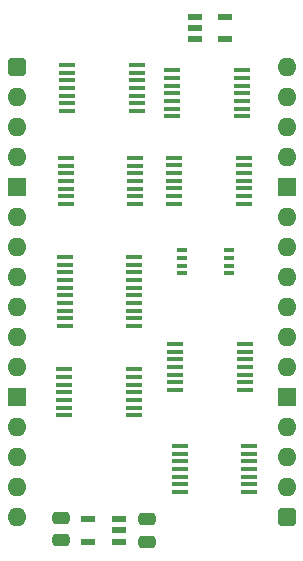
<source format=gts>
%TF.GenerationSoftware,KiCad,Pcbnew,7.0.5*%
%TF.CreationDate,2024-02-15T21:39:51+02:00*%
%TF.ProjectId,HCP65 MPU NMI,48435036-3520-44d5-9055-204e4d492e6b,V0*%
%TF.SameCoordinates,PX54c81a0PY37b6b20*%
%TF.FileFunction,Soldermask,Top*%
%TF.FilePolarity,Negative*%
%FSLAX46Y46*%
G04 Gerber Fmt 4.6, Leading zero omitted, Abs format (unit mm)*
G04 Created by KiCad (PCBNEW 7.0.5) date 2024-02-15 21:39:51*
%MOMM*%
%LPD*%
G01*
G04 APERTURE LIST*
G04 Aperture macros list*
%AMRoundRect*
0 Rectangle with rounded corners*
0 $1 Rounding radius*
0 $2 $3 $4 $5 $6 $7 $8 $9 X,Y pos of 4 corners*
0 Add a 4 corners polygon primitive as box body*
4,1,4,$2,$3,$4,$5,$6,$7,$8,$9,$2,$3,0*
0 Add four circle primitives for the rounded corners*
1,1,$1+$1,$2,$3*
1,1,$1+$1,$4,$5*
1,1,$1+$1,$6,$7*
1,1,$1+$1,$8,$9*
0 Add four rect primitives between the rounded corners*
20,1,$1+$1,$2,$3,$4,$5,0*
20,1,$1+$1,$4,$5,$6,$7,0*
20,1,$1+$1,$6,$7,$8,$9,0*
20,1,$1+$1,$8,$9,$2,$3,0*%
G04 Aperture macros list end*
%ADD10R,1.475000X0.450000*%
%ADD11R,0.950000X0.450000*%
%ADD12R,1.150000X0.600000*%
%ADD13R,1.250000X0.600000*%
%ADD14RoundRect,0.250000X0.475000X-0.250000X0.475000X0.250000X-0.475000X0.250000X-0.475000X-0.250000X0*%
%ADD15RoundRect,0.250000X-0.475000X0.250000X-0.475000X-0.250000X0.475000X-0.250000X0.475000X0.250000X0*%
%ADD16RoundRect,0.400000X-0.400000X-0.400000X0.400000X-0.400000X0.400000X0.400000X-0.400000X0.400000X0*%
%ADD17O,1.600000X1.600000*%
%ADD18R,1.600000X1.600000*%
G04 APERTURE END LIST*
D10*
%TO.C,IC13*%
X4301000Y172000D03*
X4301000Y-478000D03*
X4301000Y-1128000D03*
X4301000Y-1778000D03*
X4301000Y-2428000D03*
X4301000Y-3078000D03*
X4301000Y-3728000D03*
X10177000Y-3728000D03*
X10177000Y-3078000D03*
X10177000Y-2428000D03*
X10177000Y-1778000D03*
X10177000Y-1128000D03*
X10177000Y-478000D03*
X10177000Y172000D03*
%TD*%
%TO.C,IC11*%
X9923000Y-29498000D03*
X9923000Y-28848000D03*
X9923000Y-28198000D03*
X9923000Y-27548000D03*
X9923000Y-26898000D03*
X9923000Y-26248000D03*
X9923000Y-25598000D03*
X4047000Y-25598000D03*
X4047000Y-26248000D03*
X4047000Y-26898000D03*
X4047000Y-27548000D03*
X4047000Y-28198000D03*
X4047000Y-28848000D03*
X4047000Y-29498000D03*
%TD*%
D11*
%TO.C,IC10*%
X14027000Y-15535000D03*
X14027000Y-16185000D03*
X14027000Y-16835000D03*
X14027000Y-17485000D03*
X17977000Y-17485000D03*
X17977000Y-16835000D03*
X17977000Y-16185000D03*
X17977000Y-15535000D03*
%TD*%
D10*
%TO.C,IC9*%
X9940000Y-21934000D03*
X9940000Y-21284000D03*
X9940000Y-20634000D03*
X9940000Y-19984000D03*
X9940000Y-19334000D03*
X9940000Y-18684000D03*
X9940000Y-18034000D03*
X9940000Y-17384000D03*
X9940000Y-16734000D03*
X9940000Y-16084000D03*
X4064000Y-16084000D03*
X4064000Y-16734000D03*
X4064000Y-17384000D03*
X4064000Y-18034000D03*
X4064000Y-18684000D03*
X4064000Y-19334000D03*
X4064000Y-19984000D03*
X4064000Y-20634000D03*
X4064000Y-21284000D03*
X4064000Y-21934000D03*
%TD*%
%TO.C,IC8*%
X13445000Y-23450000D03*
X13445000Y-24100000D03*
X13445000Y-24750000D03*
X13445000Y-25400000D03*
X13445000Y-26050000D03*
X13445000Y-26700000D03*
X13445000Y-27350000D03*
X19321000Y-27350000D03*
X19321000Y-26700000D03*
X19321000Y-26050000D03*
X19321000Y-25400000D03*
X19321000Y-24750000D03*
X19321000Y-24100000D03*
X19321000Y-23450000D03*
%TD*%
%TO.C,IC7*%
X13174000Y-291000D03*
X13174000Y-941000D03*
X13174000Y-1591000D03*
X13174000Y-2241000D03*
X13174000Y-2891000D03*
X13174000Y-3541000D03*
X13174000Y-4191000D03*
X19050000Y-4191000D03*
X19050000Y-3541000D03*
X19050000Y-2891000D03*
X19050000Y-2241000D03*
X19050000Y-1591000D03*
X19050000Y-941000D03*
X19050000Y-291000D03*
%TD*%
%TO.C,IC6*%
X13335000Y-7672000D03*
X13335000Y-8322000D03*
X13335000Y-8972000D03*
X13335000Y-9622000D03*
X13335000Y-10272000D03*
X13335000Y-10922000D03*
X13335000Y-11572000D03*
X19211000Y-11572000D03*
X19211000Y-10922000D03*
X19211000Y-10272000D03*
X19211000Y-9622000D03*
X19211000Y-8972000D03*
X19211000Y-8322000D03*
X19211000Y-7672000D03*
%TD*%
D12*
%TO.C,IC5*%
X8640600Y-40193000D03*
X8640600Y-39243000D03*
X8640600Y-38293000D03*
X6040600Y-38293000D03*
X6040600Y-40193000D03*
%TD*%
D10*
%TO.C,IC4*%
X4174000Y-7702000D03*
X4174000Y-8352000D03*
X4174000Y-9002000D03*
X4174000Y-9652000D03*
X4174000Y-10302000D03*
X4174000Y-10952000D03*
X4174000Y-11602000D03*
X10050000Y-11602000D03*
X10050000Y-10952000D03*
X10050000Y-10302000D03*
X10050000Y-9652000D03*
X10050000Y-9002000D03*
X10050000Y-8352000D03*
X10050000Y-7702000D03*
%TD*%
D13*
%TO.C,IC2*%
X15133000Y4252000D03*
X15133000Y3302000D03*
X15133000Y2352000D03*
X17633000Y2352000D03*
X17633000Y4252000D03*
%TD*%
D10*
%TO.C,IC1*%
X13826000Y-32086000D03*
X13826000Y-32736000D03*
X13826000Y-33386000D03*
X13826000Y-34036000D03*
X13826000Y-34686000D03*
X13826000Y-35336000D03*
X13826000Y-35986000D03*
X19702000Y-35986000D03*
X19702000Y-35336000D03*
X19702000Y-34686000D03*
X19702000Y-34036000D03*
X19702000Y-33386000D03*
X19702000Y-32736000D03*
X19702000Y-32086000D03*
%TD*%
D14*
%TO.C,C8*%
X11049000Y-40202400D03*
X11049000Y-38302400D03*
%TD*%
D15*
%TO.C,C9*%
X3784600Y-38182000D03*
X3784600Y-40082000D03*
%TD*%
D16*
%TO.C,J2*%
X0Y0D03*
D17*
X0Y-2540000D03*
X0Y-5080000D03*
X0Y-7620000D03*
D18*
X0Y-10160000D03*
D17*
X0Y-12700000D03*
X0Y-15240000D03*
X0Y-17780000D03*
X0Y-20320000D03*
X0Y-22860000D03*
X0Y-25400000D03*
D18*
X0Y-27940000D03*
D17*
X0Y-30480000D03*
X0Y-33020000D03*
X0Y-35560000D03*
X0Y-38100000D03*
D16*
X22860000Y-38100000D03*
D17*
X22860000Y-35560000D03*
X22860000Y-33020000D03*
X22860000Y-30480000D03*
D18*
X22860000Y-27940000D03*
D17*
X22860000Y-25400000D03*
X22860000Y-22860000D03*
X22860000Y-20320000D03*
X22860000Y-17780000D03*
X22860000Y-15240000D03*
X22860000Y-12700000D03*
D18*
X22860000Y-10160000D03*
D17*
X22860000Y-7620000D03*
X22860000Y-5080000D03*
X22860000Y-2540000D03*
X22860000Y0D03*
%TD*%
M02*

</source>
